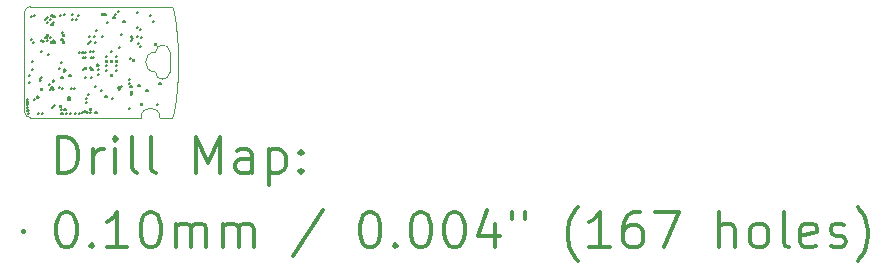
<source format=gbr>
%FSLAX45Y45*%
G04 Gerber Fmt 4.5, Leading zero omitted, Abs format (unit mm)*
G04 Created by KiCad (PCBNEW (5.0.1)-3) date 04/09/19 12:41:31*
%MOMM*%
%LPD*%
G01*
G04 APERTURE LIST*
%ADD10C,0.010000*%
%ADD11C,0.050000*%
%ADD12C,0.200000*%
%ADD13C,0.300000*%
G04 APERTURE END LIST*
D10*
X2932500Y-2265000D02*
G75*
G02X2812500Y-2265000I-60000J0D01*
G01*
X2932500Y-2095000D02*
G75*
G03X2812500Y-2095000I-60000J0D01*
G01*
X2812500Y-2095000D02*
G75*
G03X2812500Y-2265000I0J-85000D01*
G01*
D11*
X2850000Y-2650000D02*
G75*
G03X2690000Y-2650000I-80000J0D01*
G01*
X2850000Y-2650000D02*
X2952500Y-2650000D01*
D10*
X2932500Y-2095000D02*
X2932500Y-2265000D01*
D11*
X1752500Y-1710000D02*
G75*
G03X1702500Y-1760000I0J-50000D01*
G01*
X1702500Y-2600000D02*
G75*
G03X1752500Y-2650000I50000J0D01*
G01*
X1702500Y-1760000D02*
X1702500Y-2600000D01*
X2952500Y-1710000D02*
X1752500Y-1710000D01*
X1752500Y-2650000D02*
X2690000Y-2650000D01*
X3002500Y-2180000D02*
X3002500Y-2167000D01*
X3002500Y-2167000D02*
X3002500Y-2153000D01*
X3002500Y-2153000D02*
X3002500Y-2140000D01*
X3002500Y-2140000D02*
X3002500Y-2126000D01*
X3002500Y-2126000D02*
X3001500Y-2113000D01*
X3001500Y-2113000D02*
X3001500Y-2099000D01*
X3001500Y-2099000D02*
X3001500Y-2086000D01*
X3001500Y-2086000D02*
X3000500Y-2073000D01*
X3000500Y-2073000D02*
X3000500Y-2059000D01*
X3000500Y-2059000D02*
X2999500Y-2046000D01*
X2999500Y-2046000D02*
X2998500Y-2033000D01*
X2998500Y-2033000D02*
X2998500Y-2020000D01*
X2998500Y-2020000D02*
X2997500Y-2007000D01*
X2997500Y-2007000D02*
X2996500Y-1995000D01*
X2996500Y-1995000D02*
X2995500Y-1982000D01*
X2995500Y-1982000D02*
X2994500Y-1970000D01*
X2994500Y-1970000D02*
X2993500Y-1957000D01*
X2993500Y-1957000D02*
X2992500Y-1945000D01*
X2992500Y-1945000D02*
X2991500Y-1933000D01*
X2991500Y-1933000D02*
X2990500Y-1921000D01*
X2990500Y-1921000D02*
X2989500Y-1909000D01*
X2989500Y-1909000D02*
X2988500Y-1897000D01*
X2988500Y-1897000D02*
X2986500Y-1886000D01*
X2986500Y-1886000D02*
X2985500Y-1874000D01*
X2985500Y-1874000D02*
X2984500Y-1863000D01*
X2984500Y-1863000D02*
X2982500Y-1852000D01*
X2982500Y-1852000D02*
X2981500Y-1842000D01*
X2981500Y-1842000D02*
X2979500Y-1831000D01*
X2979500Y-1831000D02*
X2978500Y-1821000D01*
X2978500Y-1821000D02*
X2976500Y-1811000D01*
X2976500Y-1811000D02*
X2974500Y-1801000D01*
X2974500Y-1801000D02*
X2973500Y-1791000D01*
X2973500Y-1791000D02*
X2971500Y-1782000D01*
X2971500Y-1782000D02*
X2969500Y-1772000D01*
X2969500Y-1772000D02*
X2967500Y-1764000D01*
X2967500Y-1764000D02*
X2965500Y-1755000D01*
X2965500Y-1755000D02*
X2964500Y-1746000D01*
X2964500Y-1746000D02*
X2962500Y-1738000D01*
X2962500Y-1738000D02*
X2960500Y-1730000D01*
X2960500Y-1730000D02*
X2958500Y-1723000D01*
X2958500Y-1723000D02*
X2955500Y-1715000D01*
X2955500Y-1715000D02*
X2952500Y-1710000D01*
X2952500Y-2650000D02*
X2955500Y-2645000D01*
X2955500Y-2645000D02*
X2958500Y-2637000D01*
X2958500Y-2637000D02*
X2960500Y-2630000D01*
X2960500Y-2630000D02*
X2962500Y-2622000D01*
X2962500Y-2622000D02*
X2964500Y-2614000D01*
X2964500Y-2614000D02*
X2965500Y-2605000D01*
X2965500Y-2605000D02*
X2967500Y-2596000D01*
X2967500Y-2596000D02*
X2969500Y-2588000D01*
X2969500Y-2588000D02*
X2971500Y-2578000D01*
X2971500Y-2578000D02*
X2973500Y-2569000D01*
X2973500Y-2569000D02*
X2974500Y-2559000D01*
X2974500Y-2559000D02*
X2976500Y-2549000D01*
X2976500Y-2549000D02*
X2978500Y-2539000D01*
X2978500Y-2539000D02*
X2979500Y-2529000D01*
X2979500Y-2529000D02*
X2981500Y-2518000D01*
X2981500Y-2518000D02*
X2982500Y-2508000D01*
X2982500Y-2508000D02*
X2984500Y-2497000D01*
X2984500Y-2497000D02*
X2985500Y-2486000D01*
X2985500Y-2486000D02*
X2986500Y-2474000D01*
X2986500Y-2474000D02*
X2988500Y-2463000D01*
X2988500Y-2463000D02*
X2989500Y-2451000D01*
X2989500Y-2451000D02*
X2990500Y-2439000D01*
X2990500Y-2439000D02*
X2991500Y-2427000D01*
X2991500Y-2427000D02*
X2992500Y-2415000D01*
X2992500Y-2415000D02*
X2993500Y-2403000D01*
X2993500Y-2403000D02*
X2994500Y-2390000D01*
X2994500Y-2390000D02*
X2995500Y-2378000D01*
X2995500Y-2378000D02*
X2996500Y-2365000D01*
X2996500Y-2365000D02*
X2997500Y-2353000D01*
X2997500Y-2353000D02*
X2998500Y-2340000D01*
X2998500Y-2340000D02*
X2998500Y-2327000D01*
X2998500Y-2327000D02*
X2999500Y-2314000D01*
X2999500Y-2314000D02*
X3000500Y-2301000D01*
X3000500Y-2301000D02*
X3000500Y-2287000D01*
X3000500Y-2287000D02*
X3001500Y-2274000D01*
X3001500Y-2274000D02*
X3001500Y-2261000D01*
X3001500Y-2261000D02*
X3001500Y-2247000D01*
X3001500Y-2247000D02*
X3002500Y-2234000D01*
X3002500Y-2234000D02*
X3002500Y-2220000D01*
X3002500Y-2220000D02*
X3002500Y-2207000D01*
X3002500Y-2207000D02*
X3002500Y-2193000D01*
X3002500Y-2193000D02*
X3002500Y-2180000D01*
D12*
X1720000Y-2582500D02*
X1730000Y-2592500D01*
X1730000Y-2582500D02*
X1720000Y-2592500D01*
X1725000Y-2492500D02*
X1735000Y-2502500D01*
X1735000Y-2492500D02*
X1725000Y-2502500D01*
X1725000Y-2512500D02*
X1735000Y-2522500D01*
X1735000Y-2512500D02*
X1725000Y-2522500D01*
X1725000Y-2537500D02*
X1735000Y-2547500D01*
X1735000Y-2537500D02*
X1725000Y-2547500D01*
X1725000Y-2557500D02*
X1735000Y-2567500D01*
X1735000Y-2557500D02*
X1725000Y-2567500D01*
X1730000Y-2612500D02*
X1740000Y-2622500D01*
X1740000Y-2612500D02*
X1730000Y-2622500D01*
X1735000Y-2582500D02*
X1745000Y-2592500D01*
X1745000Y-2582500D02*
X1735000Y-2592500D01*
X1740000Y-2290000D02*
X1750000Y-2300000D01*
X1750000Y-2290000D02*
X1740000Y-2300000D01*
X1742500Y-2345000D02*
X1752500Y-2355000D01*
X1752500Y-2345000D02*
X1742500Y-2355000D01*
X1759000Y-1789500D02*
X1769000Y-1799500D01*
X1769000Y-1789500D02*
X1759000Y-1799500D01*
X1760000Y-1982500D02*
X1770000Y-1992500D01*
X1770000Y-1982500D02*
X1760000Y-1992500D01*
X1765000Y-2172500D02*
X1775000Y-2182500D01*
X1775000Y-2172500D02*
X1765000Y-2182500D01*
X1765000Y-2235000D02*
X1775000Y-2245000D01*
X1775000Y-2235000D02*
X1765000Y-2245000D01*
X1775000Y-2010000D02*
X1785000Y-2020000D01*
X1785000Y-2010000D02*
X1775000Y-2020000D01*
X1784000Y-1781500D02*
X1794000Y-1791500D01*
X1794000Y-1781500D02*
X1784000Y-1791500D01*
X1785000Y-2490000D02*
X1795000Y-2500000D01*
X1795000Y-2490000D02*
X1785000Y-2500000D01*
X1812500Y-2470000D02*
X1822500Y-2480000D01*
X1822500Y-2470000D02*
X1812500Y-2480000D01*
X1815000Y-2607500D02*
X1825000Y-2617500D01*
X1825000Y-2607500D02*
X1815000Y-2617500D01*
X1830000Y-2315000D02*
X1840000Y-2325000D01*
X1840000Y-2315000D02*
X1830000Y-2325000D01*
X1831000Y-2332500D02*
X1841000Y-2342500D01*
X1841000Y-2332500D02*
X1831000Y-2342500D01*
X1840000Y-1995000D02*
X1850000Y-2005000D01*
X1850000Y-1995000D02*
X1840000Y-2005000D01*
X1840000Y-2085500D02*
X1850000Y-2095500D01*
X1850000Y-2085500D02*
X1840000Y-2095500D01*
X1841000Y-2403500D02*
X1851000Y-2413500D01*
X1851000Y-2403500D02*
X1841000Y-2413500D01*
X1845000Y-2305000D02*
X1855000Y-2315000D01*
X1855000Y-2305000D02*
X1845000Y-2315000D01*
X1850000Y-2610000D02*
X1860000Y-2620000D01*
X1860000Y-2610000D02*
X1850000Y-2620000D01*
X1860000Y-2000000D02*
X1870000Y-2010000D01*
X1870000Y-2000000D02*
X1860000Y-2010000D01*
X1875000Y-1815000D02*
X1885000Y-1825000D01*
X1885000Y-1815000D02*
X1875000Y-1825000D01*
X1880000Y-1967500D02*
X1890000Y-1977500D01*
X1890000Y-1967500D02*
X1880000Y-1977500D01*
X1895000Y-1800000D02*
X1905000Y-1810000D01*
X1905000Y-1800000D02*
X1895000Y-1810000D01*
X1895000Y-1840000D02*
X1905000Y-1850000D01*
X1905000Y-1840000D02*
X1895000Y-1850000D01*
X1895000Y-1945000D02*
X1905000Y-1955000D01*
X1905000Y-1945000D02*
X1895000Y-1955000D01*
X1895000Y-1990000D02*
X1905000Y-2000000D01*
X1905000Y-1990000D02*
X1895000Y-2000000D01*
X1900000Y-2112500D02*
X1910000Y-2122500D01*
X1910000Y-2112500D02*
X1900000Y-2122500D01*
X1910000Y-2365000D02*
X1920000Y-2375000D01*
X1920000Y-2365000D02*
X1910000Y-2375000D01*
X1915000Y-1815000D02*
X1925000Y-1825000D01*
X1925000Y-1815000D02*
X1915000Y-1825000D01*
X1915000Y-1965000D02*
X1925000Y-1975000D01*
X1925000Y-1965000D02*
X1915000Y-1975000D01*
X1920000Y-2405000D02*
X1930000Y-2415000D01*
X1930000Y-2405000D02*
X1920000Y-2415000D01*
X1925000Y-2005000D02*
X1935000Y-2015000D01*
X1935000Y-2005000D02*
X1925000Y-2015000D01*
X1930000Y-1855000D02*
X1940000Y-1865000D01*
X1940000Y-1855000D02*
X1930000Y-1865000D01*
X1930000Y-2390000D02*
X1940000Y-2400000D01*
X1940000Y-2390000D02*
X1930000Y-2400000D01*
X1931000Y-1778500D02*
X1941000Y-1788500D01*
X1941000Y-1778500D02*
X1931000Y-1788500D01*
X1935000Y-2557500D02*
X1945000Y-2567500D01*
X1945000Y-2557500D02*
X1935000Y-2567500D01*
X1940000Y-1995000D02*
X1950000Y-2005000D01*
X1950000Y-1995000D02*
X1940000Y-2005000D01*
X1940000Y-2327500D02*
X1950000Y-2337500D01*
X1950000Y-2327500D02*
X1940000Y-2337500D01*
X1940000Y-2342500D02*
X1950000Y-2352500D01*
X1950000Y-2342500D02*
X1940000Y-2352500D01*
X1945000Y-1840000D02*
X1955000Y-1850000D01*
X1955000Y-1840000D02*
X1945000Y-1850000D01*
X1945000Y-2405000D02*
X1955000Y-2415000D01*
X1955000Y-2405000D02*
X1945000Y-2415000D01*
X1948000Y-1786500D02*
X1958000Y-1796500D01*
X1958000Y-1786500D02*
X1948000Y-1796500D01*
X1950000Y-2542500D02*
X1960000Y-2552500D01*
X1960000Y-2542500D02*
X1950000Y-2552500D01*
X1955000Y-2005000D02*
X1965000Y-2015000D01*
X1965000Y-2005000D02*
X1955000Y-2015000D01*
X1992500Y-2230000D02*
X2002500Y-2240000D01*
X2002500Y-2230000D02*
X1992500Y-2240000D01*
X1997500Y-2392500D02*
X2007500Y-2402500D01*
X2007500Y-2392500D02*
X1997500Y-2402500D01*
X2000000Y-2547500D02*
X2010000Y-2557500D01*
X2010000Y-2547500D02*
X2000000Y-2557500D01*
X2002500Y-1777500D02*
X2012500Y-1787500D01*
X2012500Y-1777500D02*
X2002500Y-1787500D01*
X2010000Y-2577500D02*
X2020000Y-2587500D01*
X2020000Y-2577500D02*
X2010000Y-2587500D01*
X2012500Y-2175000D02*
X2022500Y-2185000D01*
X2022500Y-2175000D02*
X2012500Y-2185000D01*
X2015000Y-1985000D02*
X2025000Y-1995000D01*
X2025000Y-1985000D02*
X2015000Y-1995000D01*
X2015000Y-2307500D02*
X2025000Y-2317500D01*
X2025000Y-2307500D02*
X2015000Y-2317500D01*
X2015000Y-2610000D02*
X2025000Y-2620000D01*
X2025000Y-2610000D02*
X2015000Y-2620000D01*
X2020000Y-2397500D02*
X2030000Y-2407500D01*
X2030000Y-2397500D02*
X2020000Y-2407500D01*
X2022500Y-1922500D02*
X2032500Y-1932500D01*
X2032500Y-1922500D02*
X2022500Y-1932500D01*
X2027500Y-1945000D02*
X2037500Y-1955000D01*
X2037500Y-1945000D02*
X2027500Y-1955000D01*
X2030000Y-2005000D02*
X2040000Y-2015000D01*
X2040000Y-2005000D02*
X2030000Y-2015000D01*
X2035000Y-2255000D02*
X2045000Y-2265000D01*
X2045000Y-2255000D02*
X2035000Y-2265000D01*
X2037500Y-1772500D02*
X2047500Y-1782500D01*
X2047500Y-1772500D02*
X2037500Y-1782500D01*
X2040000Y-2242500D02*
X2050000Y-2252500D01*
X2050000Y-2242500D02*
X2040000Y-2252500D01*
X2040000Y-2575000D02*
X2050000Y-2585000D01*
X2050000Y-2575000D02*
X2040000Y-2585000D01*
X2050000Y-2610000D02*
X2060000Y-2620000D01*
X2060000Y-2610000D02*
X2050000Y-2620000D01*
X2075000Y-2472500D02*
X2085000Y-2482500D01*
X2085000Y-2472500D02*
X2075000Y-2482500D01*
X2075000Y-2492500D02*
X2085000Y-2502500D01*
X2085000Y-2492500D02*
X2075000Y-2502500D01*
X2082500Y-2290000D02*
X2092500Y-2300000D01*
X2092500Y-2290000D02*
X2082500Y-2300000D01*
X2087500Y-2610000D02*
X2097500Y-2620000D01*
X2097500Y-2610000D02*
X2087500Y-2620000D01*
X2098000Y-2400000D02*
X2108000Y-2410000D01*
X2108000Y-2400000D02*
X2098000Y-2410000D01*
X2105000Y-1775000D02*
X2115000Y-1785000D01*
X2115000Y-1775000D02*
X2105000Y-1785000D01*
X2107000Y-1815500D02*
X2117000Y-1825500D01*
X2117000Y-1815500D02*
X2107000Y-1825500D01*
X2123000Y-2400000D02*
X2133000Y-2410000D01*
X2133000Y-2400000D02*
X2123000Y-2410000D01*
X2127500Y-2610000D02*
X2137500Y-2620000D01*
X2137500Y-2610000D02*
X2127500Y-2620000D01*
X2135000Y-1813500D02*
X2145000Y-1823500D01*
X2145000Y-1813500D02*
X2135000Y-1823500D01*
X2152500Y-1782500D02*
X2162500Y-1792500D01*
X2162500Y-1782500D02*
X2152500Y-1792500D01*
X2160000Y-2610000D02*
X2170000Y-2620000D01*
X2170000Y-2610000D02*
X2160000Y-2620000D01*
X2163000Y-2092500D02*
X2173000Y-2102500D01*
X2173000Y-2092500D02*
X2163000Y-2102500D01*
X2189000Y-2598500D02*
X2199000Y-2608500D01*
X2199000Y-2598500D02*
X2189000Y-2608500D01*
X2192500Y-2095000D02*
X2202500Y-2105000D01*
X2202500Y-2095000D02*
X2192500Y-2105000D01*
X2195000Y-2135000D02*
X2205000Y-2145000D01*
X2205000Y-2135000D02*
X2195000Y-2145000D01*
X2200000Y-2237500D02*
X2210000Y-2247500D01*
X2210000Y-2237500D02*
X2200000Y-2247500D01*
X2210000Y-2590000D02*
X2220000Y-2600000D01*
X2220000Y-2590000D02*
X2210000Y-2600000D01*
X2215000Y-2092500D02*
X2225000Y-2102500D01*
X2225000Y-2092500D02*
X2215000Y-2102500D01*
X2215000Y-2135000D02*
X2225000Y-2145000D01*
X2225000Y-2135000D02*
X2215000Y-2145000D01*
X2215000Y-2225000D02*
X2225000Y-2235000D01*
X2225000Y-2225000D02*
X2215000Y-2235000D01*
X2215000Y-2305000D02*
X2225000Y-2315000D01*
X2225000Y-2305000D02*
X2215000Y-2315000D01*
X2220000Y-2485000D02*
X2230000Y-2495000D01*
X2230000Y-2485000D02*
X2220000Y-2495000D01*
X2220000Y-2520000D02*
X2230000Y-2530000D01*
X2230000Y-2520000D02*
X2220000Y-2530000D01*
X2229000Y-2598500D02*
X2239000Y-2608500D01*
X2239000Y-2598500D02*
X2229000Y-2608500D01*
X2238000Y-2014500D02*
X2248000Y-2024500D01*
X2248000Y-2014500D02*
X2238000Y-2024500D01*
X2240000Y-2450000D02*
X2250000Y-2460000D01*
X2250000Y-2450000D02*
X2240000Y-2460000D01*
X2250000Y-1960500D02*
X2260000Y-1970500D01*
X2260000Y-1960500D02*
X2250000Y-1970500D01*
X2255000Y-2087500D02*
X2265000Y-2097500D01*
X2265000Y-2087500D02*
X2255000Y-2097500D01*
X2255000Y-2222500D02*
X2265000Y-2232500D01*
X2265000Y-2222500D02*
X2255000Y-2232500D01*
X2257500Y-2572500D02*
X2267500Y-2582500D01*
X2267500Y-2572500D02*
X2257500Y-2582500D01*
X2260000Y-1998500D02*
X2270000Y-2008500D01*
X2270000Y-1998500D02*
X2260000Y-2008500D01*
X2260000Y-2602500D02*
X2270000Y-2612500D01*
X2270000Y-2602500D02*
X2260000Y-2612500D01*
X2265000Y-2135000D02*
X2275000Y-2145000D01*
X2275000Y-2135000D02*
X2265000Y-2145000D01*
X2265000Y-2307500D02*
X2275000Y-2317500D01*
X2275000Y-2307500D02*
X2265000Y-2317500D01*
X2270000Y-2237500D02*
X2280000Y-2247500D01*
X2280000Y-2237500D02*
X2270000Y-2247500D01*
X2285000Y-2087500D02*
X2295000Y-2097500D01*
X2295000Y-2087500D02*
X2285000Y-2097500D01*
X2285000Y-2135000D02*
X2295000Y-2145000D01*
X2295000Y-2135000D02*
X2285000Y-2145000D01*
X2287000Y-1957500D02*
X2297000Y-1967500D01*
X2297000Y-1957500D02*
X2287000Y-1967500D01*
X2300000Y-2382500D02*
X2310000Y-2392500D01*
X2310000Y-2382500D02*
X2300000Y-2392500D01*
X2301000Y-2009500D02*
X2311000Y-2019500D01*
X2311000Y-2009500D02*
X2301000Y-2019500D01*
X2302500Y-2602500D02*
X2312500Y-2612500D01*
X2312500Y-2602500D02*
X2302500Y-2612500D01*
X2304000Y-1905500D02*
X2314000Y-1915500D01*
X2314000Y-1905500D02*
X2304000Y-1915500D01*
X2320356Y-2200356D02*
X2330356Y-2210356D01*
X2330356Y-2200356D02*
X2320356Y-2210356D01*
X2325000Y-2237500D02*
X2335000Y-2247500D01*
X2335000Y-2237500D02*
X2325000Y-2247500D01*
X2325000Y-2277500D02*
X2335000Y-2287500D01*
X2335000Y-2277500D02*
X2325000Y-2287500D01*
X2350000Y-2412500D02*
X2360000Y-2422500D01*
X2360000Y-2412500D02*
X2350000Y-2422500D01*
X2355000Y-1768500D02*
X2365000Y-1778500D01*
X2365000Y-1768500D02*
X2355000Y-1778500D01*
X2357000Y-1958500D02*
X2367000Y-1968500D01*
X2367000Y-1958500D02*
X2357000Y-1968500D01*
X2380000Y-1769500D02*
X2390000Y-1779500D01*
X2390000Y-1769500D02*
X2380000Y-1779500D01*
X2387500Y-2465000D02*
X2397500Y-2475000D01*
X2397500Y-2465000D02*
X2387500Y-2475000D01*
X2395000Y-2125000D02*
X2405000Y-2135000D01*
X2405000Y-2125000D02*
X2395000Y-2135000D01*
X2395000Y-2165000D02*
X2405000Y-2175000D01*
X2405000Y-2165000D02*
X2395000Y-2175000D01*
X2395000Y-2205000D02*
X2405000Y-2215000D01*
X2405000Y-2205000D02*
X2395000Y-2215000D01*
X2395000Y-2245000D02*
X2405000Y-2255000D01*
X2405000Y-2245000D02*
X2395000Y-2255000D01*
X2403000Y-1838500D02*
X2413000Y-1848500D01*
X2413000Y-1838500D02*
X2403000Y-1848500D01*
X2435000Y-2085000D02*
X2445000Y-2095000D01*
X2445000Y-2085000D02*
X2435000Y-2095000D01*
X2435000Y-2165000D02*
X2445000Y-2175000D01*
X2445000Y-2165000D02*
X2435000Y-2175000D01*
X2435000Y-2285000D02*
X2445000Y-2295000D01*
X2445000Y-2285000D02*
X2435000Y-2295000D01*
X2445000Y-2482500D02*
X2455000Y-2492500D01*
X2455000Y-2482500D02*
X2445000Y-2492500D01*
X2455000Y-1794500D02*
X2465000Y-1804500D01*
X2465000Y-1794500D02*
X2455000Y-1804500D01*
X2466000Y-1775500D02*
X2476000Y-1785500D01*
X2476000Y-1775500D02*
X2466000Y-1785500D01*
X2474751Y-2124875D02*
X2484751Y-2134875D01*
X2484751Y-2124875D02*
X2474751Y-2134875D01*
X2475000Y-2165000D02*
X2485000Y-2175000D01*
X2485000Y-2165000D02*
X2475000Y-2175000D01*
X2475000Y-2205000D02*
X2485000Y-2215000D01*
X2485000Y-2205000D02*
X2475000Y-2215000D01*
X2475000Y-2245000D02*
X2485000Y-2255000D01*
X2485000Y-2245000D02*
X2475000Y-2255000D01*
X2495000Y-1747500D02*
X2505000Y-1757500D01*
X2505000Y-1747500D02*
X2495000Y-1757500D01*
X2497500Y-2387500D02*
X2507500Y-2397500D01*
X2507500Y-2387500D02*
X2497500Y-2397500D01*
X2505000Y-2053500D02*
X2515000Y-2063500D01*
X2515000Y-2053500D02*
X2505000Y-2063500D01*
X2505000Y-2405000D02*
X2515000Y-2415000D01*
X2515000Y-2405000D02*
X2505000Y-2415000D01*
X2517500Y-2385000D02*
X2527500Y-2395000D01*
X2527500Y-2385000D02*
X2517500Y-2395000D01*
X2519000Y-1942500D02*
X2529000Y-1952500D01*
X2529000Y-1942500D02*
X2519000Y-1952500D01*
X2540000Y-1832500D02*
X2550000Y-1842500D01*
X2550000Y-1832500D02*
X2540000Y-1842500D01*
X2585000Y-2357500D02*
X2595000Y-2367500D01*
X2595000Y-2357500D02*
X2585000Y-2367500D01*
X2588000Y-2323500D02*
X2598000Y-2333500D01*
X2598000Y-2323500D02*
X2588000Y-2333500D01*
X2588671Y-2566671D02*
X2598671Y-2576671D01*
X2598671Y-2566671D02*
X2588671Y-2576671D01*
X2597500Y-2145000D02*
X2607500Y-2155000D01*
X2607500Y-2145000D02*
X2597500Y-2155000D01*
X2600000Y-2382500D02*
X2610000Y-2392500D01*
X2610000Y-2382500D02*
X2600000Y-2392500D01*
X2602500Y-2427500D02*
X2612500Y-2437500D01*
X2612500Y-2427500D02*
X2602500Y-2437500D01*
X2605000Y-1990500D02*
X2615000Y-2000500D01*
X2615000Y-1990500D02*
X2605000Y-2000500D01*
X2605000Y-2450000D02*
X2615000Y-2460000D01*
X2615000Y-2450000D02*
X2605000Y-2460000D01*
X2607000Y-1956500D02*
X2617000Y-1966500D01*
X2617000Y-1956500D02*
X2607000Y-1966500D01*
X2614000Y-1973500D02*
X2624000Y-1983500D01*
X2624000Y-1973500D02*
X2614000Y-1983500D01*
X2622500Y-2157500D02*
X2632500Y-2167500D01*
X2632500Y-2157500D02*
X2622500Y-2167500D01*
X2655000Y-1752500D02*
X2665000Y-1762500D01*
X2665000Y-1752500D02*
X2655000Y-1762500D01*
X2655000Y-1880000D02*
X2665000Y-1890000D01*
X2665000Y-1880000D02*
X2655000Y-1890000D01*
X2655000Y-1955000D02*
X2665000Y-1965000D01*
X2665000Y-1955000D02*
X2655000Y-1965000D01*
X2666000Y-2019500D02*
X2676000Y-2029500D01*
X2676000Y-2019500D02*
X2666000Y-2029500D01*
X2667500Y-2375000D02*
X2677500Y-2385000D01*
X2677500Y-2375000D02*
X2667500Y-2385000D01*
X2680000Y-1900000D02*
X2690000Y-1910000D01*
X2690000Y-1900000D02*
X2680000Y-1910000D01*
X2680000Y-2045000D02*
X2690000Y-2055000D01*
X2690000Y-2045000D02*
X2680000Y-2055000D01*
X2685000Y-1970000D02*
X2695000Y-1980000D01*
X2695000Y-1970000D02*
X2685000Y-1980000D01*
X2685000Y-2530000D02*
X2695000Y-2540000D01*
X2695000Y-2530000D02*
X2685000Y-2540000D01*
X2735000Y-2412500D02*
X2745000Y-2422500D01*
X2745000Y-2412500D02*
X2735000Y-2422500D01*
X2765000Y-1777500D02*
X2775000Y-1787500D01*
X2775000Y-1777500D02*
X2765000Y-1787500D01*
X2792500Y-1830000D02*
X2802500Y-1840000D01*
X2802500Y-1830000D02*
X2792500Y-1840000D01*
X2805000Y-2022500D02*
X2815000Y-2032500D01*
X2815000Y-2022500D02*
X2805000Y-2032500D01*
X2827000Y-2531500D02*
X2837000Y-2541500D01*
X2837000Y-2531500D02*
X2827000Y-2541500D01*
X2845000Y-2357500D02*
X2855000Y-2367500D01*
X2855000Y-2357500D02*
X2845000Y-2367500D01*
D13*
X1986428Y-3118214D02*
X1986428Y-2818214D01*
X2057857Y-2818214D01*
X2100714Y-2832500D01*
X2129286Y-2861071D01*
X2143571Y-2889643D01*
X2157857Y-2946786D01*
X2157857Y-2989643D01*
X2143571Y-3046786D01*
X2129286Y-3075357D01*
X2100714Y-3103929D01*
X2057857Y-3118214D01*
X1986428Y-3118214D01*
X2286428Y-3118214D02*
X2286428Y-2918214D01*
X2286428Y-2975357D02*
X2300714Y-2946786D01*
X2315000Y-2932500D01*
X2343571Y-2918214D01*
X2372143Y-2918214D01*
X2472143Y-3118214D02*
X2472143Y-2918214D01*
X2472143Y-2818214D02*
X2457857Y-2832500D01*
X2472143Y-2846786D01*
X2486428Y-2832500D01*
X2472143Y-2818214D01*
X2472143Y-2846786D01*
X2657857Y-3118214D02*
X2629286Y-3103929D01*
X2615000Y-3075357D01*
X2615000Y-2818214D01*
X2815000Y-3118214D02*
X2786428Y-3103929D01*
X2772143Y-3075357D01*
X2772143Y-2818214D01*
X3157857Y-3118214D02*
X3157857Y-2818214D01*
X3257857Y-3032500D01*
X3357857Y-2818214D01*
X3357857Y-3118214D01*
X3629286Y-3118214D02*
X3629286Y-2961071D01*
X3615000Y-2932500D01*
X3586428Y-2918214D01*
X3529286Y-2918214D01*
X3500714Y-2932500D01*
X3629286Y-3103929D02*
X3600714Y-3118214D01*
X3529286Y-3118214D01*
X3500714Y-3103929D01*
X3486428Y-3075357D01*
X3486428Y-3046786D01*
X3500714Y-3018214D01*
X3529286Y-3003929D01*
X3600714Y-3003929D01*
X3629286Y-2989643D01*
X3772143Y-2918214D02*
X3772143Y-3218214D01*
X3772143Y-2932500D02*
X3800714Y-2918214D01*
X3857857Y-2918214D01*
X3886428Y-2932500D01*
X3900714Y-2946786D01*
X3915000Y-2975357D01*
X3915000Y-3061071D01*
X3900714Y-3089643D01*
X3886428Y-3103929D01*
X3857857Y-3118214D01*
X3800714Y-3118214D01*
X3772143Y-3103929D01*
X4043571Y-3089643D02*
X4057857Y-3103929D01*
X4043571Y-3118214D01*
X4029286Y-3103929D01*
X4043571Y-3089643D01*
X4043571Y-3118214D01*
X4043571Y-2932500D02*
X4057857Y-2946786D01*
X4043571Y-2961071D01*
X4029286Y-2946786D01*
X4043571Y-2932500D01*
X4043571Y-2961071D01*
X1690000Y-3607500D02*
X1700000Y-3617500D01*
X1700000Y-3607500D02*
X1690000Y-3617500D01*
X2043571Y-3448214D02*
X2072143Y-3448214D01*
X2100714Y-3462500D01*
X2115000Y-3476786D01*
X2129286Y-3505357D01*
X2143571Y-3562500D01*
X2143571Y-3633929D01*
X2129286Y-3691071D01*
X2115000Y-3719643D01*
X2100714Y-3733929D01*
X2072143Y-3748214D01*
X2043571Y-3748214D01*
X2015000Y-3733929D01*
X2000714Y-3719643D01*
X1986428Y-3691071D01*
X1972143Y-3633929D01*
X1972143Y-3562500D01*
X1986428Y-3505357D01*
X2000714Y-3476786D01*
X2015000Y-3462500D01*
X2043571Y-3448214D01*
X2272143Y-3719643D02*
X2286428Y-3733929D01*
X2272143Y-3748214D01*
X2257857Y-3733929D01*
X2272143Y-3719643D01*
X2272143Y-3748214D01*
X2572143Y-3748214D02*
X2400714Y-3748214D01*
X2486428Y-3748214D02*
X2486428Y-3448214D01*
X2457857Y-3491071D01*
X2429286Y-3519643D01*
X2400714Y-3533929D01*
X2757857Y-3448214D02*
X2786428Y-3448214D01*
X2815000Y-3462500D01*
X2829286Y-3476786D01*
X2843571Y-3505357D01*
X2857857Y-3562500D01*
X2857857Y-3633929D01*
X2843571Y-3691071D01*
X2829286Y-3719643D01*
X2815000Y-3733929D01*
X2786428Y-3748214D01*
X2757857Y-3748214D01*
X2729286Y-3733929D01*
X2715000Y-3719643D01*
X2700714Y-3691071D01*
X2686428Y-3633929D01*
X2686428Y-3562500D01*
X2700714Y-3505357D01*
X2715000Y-3476786D01*
X2729286Y-3462500D01*
X2757857Y-3448214D01*
X2986428Y-3748214D02*
X2986428Y-3548214D01*
X2986428Y-3576786D02*
X3000714Y-3562500D01*
X3029286Y-3548214D01*
X3072143Y-3548214D01*
X3100714Y-3562500D01*
X3115000Y-3591071D01*
X3115000Y-3748214D01*
X3115000Y-3591071D02*
X3129286Y-3562500D01*
X3157857Y-3548214D01*
X3200714Y-3548214D01*
X3229286Y-3562500D01*
X3243571Y-3591071D01*
X3243571Y-3748214D01*
X3386428Y-3748214D02*
X3386428Y-3548214D01*
X3386428Y-3576786D02*
X3400714Y-3562500D01*
X3429286Y-3548214D01*
X3472143Y-3548214D01*
X3500714Y-3562500D01*
X3515000Y-3591071D01*
X3515000Y-3748214D01*
X3515000Y-3591071D02*
X3529286Y-3562500D01*
X3557857Y-3548214D01*
X3600714Y-3548214D01*
X3629286Y-3562500D01*
X3643571Y-3591071D01*
X3643571Y-3748214D01*
X4229286Y-3433929D02*
X3972143Y-3819643D01*
X4615000Y-3448214D02*
X4643571Y-3448214D01*
X4672143Y-3462500D01*
X4686428Y-3476786D01*
X4700714Y-3505357D01*
X4715000Y-3562500D01*
X4715000Y-3633929D01*
X4700714Y-3691071D01*
X4686428Y-3719643D01*
X4672143Y-3733929D01*
X4643571Y-3748214D01*
X4615000Y-3748214D01*
X4586428Y-3733929D01*
X4572143Y-3719643D01*
X4557857Y-3691071D01*
X4543571Y-3633929D01*
X4543571Y-3562500D01*
X4557857Y-3505357D01*
X4572143Y-3476786D01*
X4586428Y-3462500D01*
X4615000Y-3448214D01*
X4843571Y-3719643D02*
X4857857Y-3733929D01*
X4843571Y-3748214D01*
X4829286Y-3733929D01*
X4843571Y-3719643D01*
X4843571Y-3748214D01*
X5043571Y-3448214D02*
X5072143Y-3448214D01*
X5100714Y-3462500D01*
X5115000Y-3476786D01*
X5129286Y-3505357D01*
X5143571Y-3562500D01*
X5143571Y-3633929D01*
X5129286Y-3691071D01*
X5115000Y-3719643D01*
X5100714Y-3733929D01*
X5072143Y-3748214D01*
X5043571Y-3748214D01*
X5015000Y-3733929D01*
X5000714Y-3719643D01*
X4986428Y-3691071D01*
X4972143Y-3633929D01*
X4972143Y-3562500D01*
X4986428Y-3505357D01*
X5000714Y-3476786D01*
X5015000Y-3462500D01*
X5043571Y-3448214D01*
X5329286Y-3448214D02*
X5357857Y-3448214D01*
X5386428Y-3462500D01*
X5400714Y-3476786D01*
X5415000Y-3505357D01*
X5429286Y-3562500D01*
X5429286Y-3633929D01*
X5415000Y-3691071D01*
X5400714Y-3719643D01*
X5386428Y-3733929D01*
X5357857Y-3748214D01*
X5329286Y-3748214D01*
X5300714Y-3733929D01*
X5286428Y-3719643D01*
X5272143Y-3691071D01*
X5257857Y-3633929D01*
X5257857Y-3562500D01*
X5272143Y-3505357D01*
X5286428Y-3476786D01*
X5300714Y-3462500D01*
X5329286Y-3448214D01*
X5686428Y-3548214D02*
X5686428Y-3748214D01*
X5615000Y-3433929D02*
X5543571Y-3648214D01*
X5729286Y-3648214D01*
X5829286Y-3448214D02*
X5829286Y-3505357D01*
X5943571Y-3448214D02*
X5943571Y-3505357D01*
X6386428Y-3862500D02*
X6372143Y-3848214D01*
X6343571Y-3805357D01*
X6329286Y-3776786D01*
X6315000Y-3733929D01*
X6300714Y-3662500D01*
X6300714Y-3605357D01*
X6315000Y-3533929D01*
X6329286Y-3491071D01*
X6343571Y-3462500D01*
X6372143Y-3419643D01*
X6386428Y-3405357D01*
X6657857Y-3748214D02*
X6486428Y-3748214D01*
X6572143Y-3748214D02*
X6572143Y-3448214D01*
X6543571Y-3491071D01*
X6515000Y-3519643D01*
X6486428Y-3533929D01*
X6915000Y-3448214D02*
X6857857Y-3448214D01*
X6829286Y-3462500D01*
X6815000Y-3476786D01*
X6786428Y-3519643D01*
X6772143Y-3576786D01*
X6772143Y-3691071D01*
X6786428Y-3719643D01*
X6800714Y-3733929D01*
X6829286Y-3748214D01*
X6886428Y-3748214D01*
X6915000Y-3733929D01*
X6929286Y-3719643D01*
X6943571Y-3691071D01*
X6943571Y-3619643D01*
X6929286Y-3591071D01*
X6915000Y-3576786D01*
X6886428Y-3562500D01*
X6829286Y-3562500D01*
X6800714Y-3576786D01*
X6786428Y-3591071D01*
X6772143Y-3619643D01*
X7043571Y-3448214D02*
X7243571Y-3448214D01*
X7115000Y-3748214D01*
X7586428Y-3748214D02*
X7586428Y-3448214D01*
X7715000Y-3748214D02*
X7715000Y-3591071D01*
X7700714Y-3562500D01*
X7672143Y-3548214D01*
X7629286Y-3548214D01*
X7600714Y-3562500D01*
X7586428Y-3576786D01*
X7900714Y-3748214D02*
X7872143Y-3733929D01*
X7857857Y-3719643D01*
X7843571Y-3691071D01*
X7843571Y-3605357D01*
X7857857Y-3576786D01*
X7872143Y-3562500D01*
X7900714Y-3548214D01*
X7943571Y-3548214D01*
X7972143Y-3562500D01*
X7986428Y-3576786D01*
X8000714Y-3605357D01*
X8000714Y-3691071D01*
X7986428Y-3719643D01*
X7972143Y-3733929D01*
X7943571Y-3748214D01*
X7900714Y-3748214D01*
X8172143Y-3748214D02*
X8143571Y-3733929D01*
X8129286Y-3705357D01*
X8129286Y-3448214D01*
X8400714Y-3733929D02*
X8372143Y-3748214D01*
X8315000Y-3748214D01*
X8286428Y-3733929D01*
X8272143Y-3705357D01*
X8272143Y-3591071D01*
X8286428Y-3562500D01*
X8315000Y-3548214D01*
X8372143Y-3548214D01*
X8400714Y-3562500D01*
X8415000Y-3591071D01*
X8415000Y-3619643D01*
X8272143Y-3648214D01*
X8529286Y-3733929D02*
X8557857Y-3748214D01*
X8615000Y-3748214D01*
X8643571Y-3733929D01*
X8657857Y-3705357D01*
X8657857Y-3691071D01*
X8643571Y-3662500D01*
X8615000Y-3648214D01*
X8572143Y-3648214D01*
X8543571Y-3633929D01*
X8529286Y-3605357D01*
X8529286Y-3591071D01*
X8543571Y-3562500D01*
X8572143Y-3548214D01*
X8615000Y-3548214D01*
X8643571Y-3562500D01*
X8757857Y-3862500D02*
X8772143Y-3848214D01*
X8800714Y-3805357D01*
X8815000Y-3776786D01*
X8829286Y-3733929D01*
X8843571Y-3662500D01*
X8843571Y-3605357D01*
X8829286Y-3533929D01*
X8815000Y-3491071D01*
X8800714Y-3462500D01*
X8772143Y-3419643D01*
X8757857Y-3405357D01*
M02*

</source>
